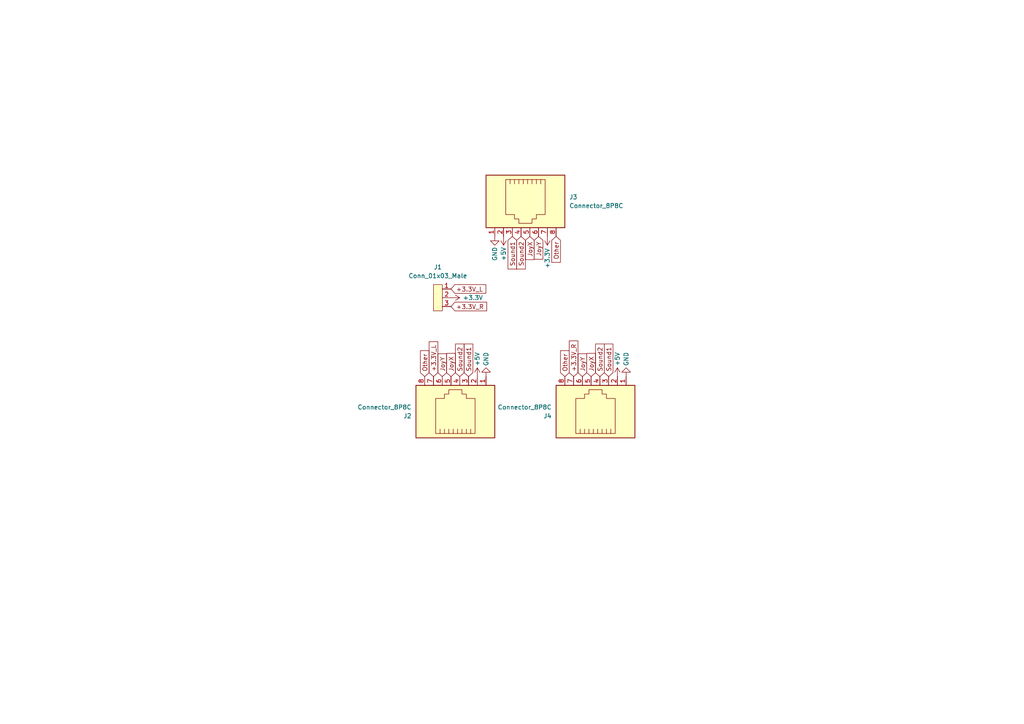
<source format=kicad_sch>
(kicad_sch (version 20211123) (generator eeschema)
  (paper "A4")
  (lib_symbols
    (symbol "Clinic_RJ45_Splitter:Conn_01x03_Male"
      (property "Reference" "J" (at -5.08 2.54 0))
      (property "Value" "Conn_01x03_Male" (at 1.27 6.35 0))
      (symbol "Conn_01x03_Male_0_1"
        (rectangle (start -2.54 3.81) (end 0 -3.81) (fill (type background)))
      )
      (symbol "Conn_01x03_Male_1_1"
        (pin passive line (at 2.54 2.54 180) (length 2.54) (name "") (number "1"))
        (pin passive line (at 2.54 0 180) (length 2.54) (name "") (number "2"))
        (pin passive line (at 2.54 -2.54 180) (length 2.54) (name "") (number "3"))
      )
    )
    (symbol "Clinic_RJ45_Splitter:Connector_8P8C" (pin_names (offset 1.016))
      (property "Reference" "J" (at -5.08 13.97 0))
      (property "Value" "Connector_8P8C" (at 2.54 13.97 0))
      (symbol "Connector_8P8C_0_1"
        (polyline (pts (xy -5.08 4.445) (xy -6.35 4.445)))
        (polyline (pts (xy -5.08 5.715) (xy -6.35 5.715)))
        (polyline (pts (xy -6.35 -3.175) (xy -5.08 -3.175) (xy -5.08 -3.175)))
        (polyline (pts (xy -6.35 -1.905) (xy -5.08 -1.905) (xy -5.08 -1.905)))
        (polyline (pts (xy -6.35 -0.635) (xy -5.08 -0.635) (xy -5.08 -0.635)))
        (polyline (pts (xy -6.35 0.635) (xy -5.08 0.635) (xy -5.08 0.635)))
        (polyline (pts (xy -6.35 1.905) (xy -5.08 1.905) (xy -5.08 1.905)))
        (polyline (pts (xy -5.08 3.175) (xy -6.35 3.175) (xy -6.35 3.175)))
        (polyline (pts (xy -6.35 -4.445) (xy -6.35 6.985) (xy 3.81 6.985) (xy 3.81 4.445) (xy 5.08 4.445) (xy 5.08 3.175) (xy 6.35 3.175) (xy 6.35 -0.635) (xy 5.08 -0.635) (xy 5.08 -1.905) (xy 3.81 -1.905) (xy 3.81 -4.445) (xy -6.35 -4.445) (xy -6.35 -4.445)))
        (rectangle (start 7.62 12.7) (end -7.62 -10.16) (stroke (width 0.254)) (fill (type background)))
      )
      (symbol "Connector_8P8C_1_1"
        (pin passive line (at 10.16 -7.62 180) (length 2.54) (name "~") (number "1"))
        (pin passive line (at 10.16 -5.08 180) (length 2.54) (name "~") (number "2"))
        (pin passive line (at 10.16 -2.54 180) (length 2.54) (name "~") (number "3"))
        (pin passive line (at 10.16 0 180) (length 2.54) (name "~") (number "4"))
        (pin passive line (at 10.16 2.54 180) (length 2.54) (name "~") (number "5"))
        (pin passive line (at 10.16 5.08 180) (length 2.54) (name "~") (number "6"))
        (pin passive line (at 10.16 7.62 180) (length 2.54) (name "~") (number "7"))
        (pin passive line (at 10.16 10.16 180) (length 2.54) (name "~") (number "8"))
      )
    )
    (symbol "power:+3.3V" (power) (pin_numbers hide) (pin_names (offset 0) hide)
      (property "Value" "+3.3V" (at 0 3.556 0))
      (symbol "+3.3V_0_1"
        (polyline (pts (xy -0.762 1.27) (xy 0 2.54)))
        (polyline (pts (xy 0 0) (xy 0 2.54)))
        (polyline (pts (xy 0 2.54) (xy 0.762 1.27)))
      )
      (symbol "+3.3V_1_1"
        (pin power_in line (at 0 0 90) (length 0) hide (name "+3.3V") (number "1"))
      )
    )
    (symbol "power:+5V" (power) (pin_numbers hide) (pin_names (offset 0) hide)
      (property "Value" "+5V" (at 0 3.556 0))
      (symbol "+5V_0_1"
        (polyline (pts (xy -0.762 1.27) (xy 0 2.54)))
        (polyline (pts (xy 0 0) (xy 0 2.54)))
        (polyline (pts (xy 0 2.54) (xy 0.762 1.27)))
      )
      (symbol "+5V_1_1"
        (pin power_in line (at 0 0 90) (length 0) hide (name "+5V") (number "1"))
      )
    )
    (symbol "power:GND" (power) (pin_names (offset 0))
      (property "Value" "GND" (at 0 -3.81 0))
      (symbol "GND_0_1"
        (polyline (pts (xy 0 0) (xy 0 -1.27) (xy 1.27 -1.27) (xy 0 -2.54) (xy -1.27 -1.27) (xy 0 -1.27)))
      )
      (symbol "GND_1_1"
        (pin power_in line (at 0 0 270) (length 0) hide (name "GND") (number "1"))
      )
    )
  )
  (global_label "+3.3V_L" (shape input) (at 130.81 83.82 0) (property "Intersheet References" "${INTERSHEET_REFS}" (effects hide)))
  (global_label "Sound2" (shape input) (at 173.99 109.22 90) (property "Intersheet References" "${INTERSHEET_REFS}" (effects hide)))
  (global_label "Sound2" (shape input) (at 151.13 68.58 270) (property "Intersheet References" "${INTERSHEET_REFS}" (effects hide)))
  (global_label "+3.3V_R" (shape input) (at 166.37 109.22 90) (property "Intersheet References" "${INTERSHEET_REFS}" (effects hide)))
  (global_label "Other" (shape input) (at 123.19 109.22 90) (property "Intersheet References" "${INTERSHEET_REFS}" (effects hide)))
  (global_label "Other" (shape input) (at 163.83 109.22 90) (property "Intersheet References" "${INTERSHEET_REFS}" (effects hide)))
  (global_label "Sound1" (shape input) (at 176.53 109.22 90) (property "Intersheet References" "${INTERSHEET_REFS}" (effects hide)))
  (global_label "JoyY" (shape input) (at 128.27 109.22 90) (property "Intersheet References" "${INTERSHEET_REFS}" (effects hide)))
  (global_label "Sound1" (shape input) (at 148.59 68.58 270) (property "Intersheet References" "${INTERSHEET_REFS}" (effects hide)))
  (global_label "+3.3V_L" (shape input) (at 125.73 109.22 90) (property "Intersheet References" "${INTERSHEET_REFS}" (effects hide)))
  (global_label "JoyX" (shape input) (at 130.81 109.22 90) (property "Intersheet References" "${INTERSHEET_REFS}" (effects hide)))
  (global_label "JoyY" (shape input) (at 156.21 68.58 270) (property "Intersheet References" "${INTERSHEET_REFS}" (effects hide)))
  (global_label "Sound1" (shape input) (at 135.89 109.22 90) (property "Intersheet References" "${INTERSHEET_REFS}" (effects hide)))
  (global_label "+3.3V_R" (shape input) (at 130.81 88.9 0) (property "Intersheet References" "${INTERSHEET_REFS}" (effects hide)))
  (global_label "JoyY" (shape input) (at 168.91 109.22 90) (property "Intersheet References" "${INTERSHEET_REFS}" (effects hide)))
  (global_label "JoyX" (shape input) (at 153.67 68.58 270) (property "Intersheet References" "${INTERSHEET_REFS}" (effects hide)))
  (global_label "Other" (shape input) (at 161.29 68.58 270) (property "Intersheet References" "${INTERSHEET_REFS}" (effects hide)))
  (global_label "Sound2" (shape input) (at 133.35 109.22 90) (property "Intersheet References" "${INTERSHEET_REFS}" (effects hide)))
  (global_label "JoyX" (shape input) (at 171.45 109.22 90) (property "Intersheet References" "${INTERSHEET_REFS}" (effects hide)))
  (symbol (lib_id "power:GND") (at 143.51 68.58 0) (unit 1)
    (property "Reference" "#PWR0106" (effects hide))
    (property "Value" "GND" (at 143.51 73.66 90))
  )
  (symbol (lib_id "power:GND") (at 181.61 109.22 180) (unit 1)
    (property "Reference" "#PWR0108" (effects hide))
    (property "Value" "GND" (at 181.61 104.14 90))
  )
  (symbol (lib_id "power:+5V") (at 179.07 109.22 0) (unit 1)
    (property "Reference" "#PWR0107" (effects hide))
    (property "Value" "+5V" (at 179.07 104.14 90))
  )
  (symbol (lib_id "power:+3.3V") (at 158.75 68.58 180) (unit 1)
    (property "Reference" "#PWR0101" (effects hide))
    (property "Value" "+3.3V" (at 158.75 74.93 90))
  )
  (symbol (lib_id "power:GND") (at 140.97 109.22 180) (unit 1)
    (property "Reference" "#PWR0103" (effects hide))
    (property "Value" "GND" (at 140.97 104.14 90))
  )
  (symbol (lib_id "Clinic_RJ45_Splitter:Connector_8P8C") (at 133.35 119.38 90) (unit 1)
    (property "Reference" "J2" (at 119.38 120.6501 90) (effects (justify left)))
    (property "Value" "Connector_8P8C" (at 119.38 118.1101 90) (effects (justify left)))
    (property "Footprint" "Useful Modifications:RJ45_x08_Tab_Up" (effects hide))
  )
  (symbol (lib_id "Clinic_RJ45_Splitter:Connector_8P8C") (at 173.99 119.38 90) (unit 1)
    (property "Reference" "J4" (at 160.02 120.6501 90) (effects (justify left)))
    (property "Value" "Connector_8P8C" (at 160.02 118.1101 90) (effects (justify left)))
    (property "Footprint" "Useful Modifications:RJ45_x08_Tab_Up" (effects hide))
  )
  (symbol (lib_id "power:+5V") (at 146.05 68.58 180) (unit 1)
    (property "Reference" "#PWR0105" (effects hide))
    (property "Value" "+5V" (at 146.05 73.66 90))
  )
  (symbol (lib_id "power:+5V") (at 138.43 109.22 0) (unit 1)
    (property "Reference" "#PWR0104" (effects hide))
    (property "Value" "+5V" (at 138.43 104.14 90))
  )
  (symbol (lib_id "Clinic_RJ45_Splitter:Connector_8P8C") (at 151.13 58.42 270) (unit 1)
    (property "Reference" "J3" (at 165.1 57.1499 90) (effects (justify left)))
    (property "Value" "Connector_8P8C" (at 165.1 59.6899 90) (effects (justify left)))
    (property "Footprint" "Useful Modifications:RJ45_x08_Tab_Up" (effects hide))
  )
  (symbol (lib_id "power:+3.3V") (at 130.81 86.36 270) (unit 1)
    (property "Reference" "#PWR0102" (effects hide))
    (property "Value" "+3.3V" (at 137.16 86.36 90))
  )
  (symbol (lib_id "Clinic_RJ45_Splitter:Conn_01x03_Male") (at 128.27 86.36 0) (unit 1)
    (property "Reference" "J1" (at 127 77.47 0))
    (property "Value" "Conn_01x03_Male" (at 127 80.01 0))
    (property "Footprint" "Useful Modifications:JST_XH_B3B-XH-A_1x03_P2.54mm_Vertical" (effects hide))
  )
)
</source>
